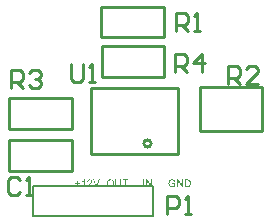
<source format=gto>
G04*
G04 #@! TF.GenerationSoftware,Altium Limited,Altium Designer,18.0.12 (696)*
G04*
G04 Layer_Color=65535*
%FSLAX25Y25*%
%MOIN*%
G70*
G01*
G75*
%ADD10C,0.01000*%
%ADD11C,0.00787*%
G36*
X194829Y115059D02*
X194858D01*
X194927Y115052D01*
X195003Y115041D01*
X195083Y115023D01*
X195171Y115001D01*
X195255Y114972D01*
X195258D01*
X195265Y114968D01*
X195276Y114964D01*
X195291Y114957D01*
X195331Y114935D01*
X195382Y114910D01*
X195437Y114873D01*
X195495Y114830D01*
X195549Y114782D01*
X195600Y114724D01*
X195608Y114717D01*
X195622Y114695D01*
X195644Y114662D01*
X195673Y114615D01*
X195702Y114557D01*
X195735Y114484D01*
X195768Y114404D01*
X195793Y114313D01*
X195491Y114233D01*
Y114236D01*
X195487Y114240D01*
X195484Y114251D01*
X195480Y114265D01*
X195469Y114298D01*
X195455Y114342D01*
X195433Y114393D01*
X195407Y114440D01*
X195382Y114491D01*
X195349Y114535D01*
X195345Y114538D01*
X195335Y114553D01*
X195313Y114571D01*
X195287Y114597D01*
X195255Y114626D01*
X195211Y114655D01*
X195164Y114684D01*
X195109Y114709D01*
X195102Y114713D01*
X195083Y114720D01*
X195051Y114731D01*
X195007Y114746D01*
X194956Y114757D01*
X194898Y114768D01*
X194832Y114775D01*
X194763Y114779D01*
X194723D01*
X194705Y114775D01*
X194683D01*
X194628Y114771D01*
X194567Y114760D01*
X194497Y114750D01*
X194432Y114731D01*
X194366Y114706D01*
X194359Y114702D01*
X194337Y114695D01*
X194308Y114677D01*
X194272Y114658D01*
X194228Y114629D01*
X194181Y114600D01*
X194137Y114564D01*
X194097Y114524D01*
X194093Y114520D01*
X194079Y114506D01*
X194061Y114480D01*
X194039Y114451D01*
X194013Y114415D01*
X193988Y114371D01*
X193962Y114324D01*
X193937Y114273D01*
Y114269D01*
X193933Y114262D01*
X193930Y114251D01*
X193922Y114233D01*
X193915Y114211D01*
X193908Y114185D01*
X193897Y114156D01*
X193889Y114123D01*
X193871Y114047D01*
X193857Y113960D01*
X193846Y113869D01*
X193842Y113767D01*
Y113763D01*
Y113752D01*
Y113734D01*
X193846Y113712D01*
Y113683D01*
X193849Y113647D01*
X193853Y113610D01*
X193857Y113570D01*
X193871Y113479D01*
X193889Y113384D01*
X193919Y113290D01*
X193955Y113199D01*
Y113195D01*
X193962Y113188D01*
X193966Y113177D01*
X193977Y113163D01*
X194002Y113122D01*
X194042Y113072D01*
X194090Y113017D01*
X194148Y112962D01*
X194217Y112911D01*
X194293Y112864D01*
X194297D01*
X194304Y112860D01*
X194315Y112853D01*
X194334Y112846D01*
X194352Y112838D01*
X194377Y112831D01*
X194436Y112809D01*
X194508Y112791D01*
X194588Y112773D01*
X194676Y112758D01*
X194767Y112755D01*
X194803D01*
X194825Y112758D01*
X194847D01*
X194901Y112766D01*
X194967Y112773D01*
X195036Y112788D01*
X195113Y112809D01*
X195189Y112835D01*
X195193D01*
X195200Y112838D01*
X195207Y112842D01*
X195222Y112849D01*
X195262Y112868D01*
X195305Y112890D01*
X195356Y112915D01*
X195411Y112944D01*
X195462Y112977D01*
X195506Y113013D01*
Y113486D01*
X194763D01*
Y113785D01*
X195833D01*
Y112849D01*
X195830Y112846D01*
X195822Y112842D01*
X195808Y112831D01*
X195790Y112817D01*
X195768Y112802D01*
X195742Y112784D01*
X195710Y112762D01*
X195677Y112740D01*
X195600Y112693D01*
X195513Y112642D01*
X195422Y112595D01*
X195324Y112555D01*
X195320D01*
X195313Y112551D01*
X195298Y112547D01*
X195280Y112540D01*
X195255Y112533D01*
X195225Y112522D01*
X195193Y112515D01*
X195160Y112507D01*
X195080Y112489D01*
X194989Y112471D01*
X194890Y112460D01*
X194789Y112456D01*
X194752D01*
X194727Y112460D01*
X194694D01*
X194654Y112464D01*
X194610Y112471D01*
X194563Y112475D01*
X194457Y112496D01*
X194344Y112522D01*
X194228Y112562D01*
X194170Y112584D01*
X194112Y112613D01*
X194108Y112617D01*
X194097Y112620D01*
X194082Y112631D01*
X194061Y112642D01*
X194035Y112660D01*
X194010Y112678D01*
X193940Y112729D01*
X193868Y112795D01*
X193791Y112875D01*
X193718Y112966D01*
X193653Y113072D01*
Y113075D01*
X193646Y113086D01*
X193638Y113101D01*
X193627Y113126D01*
X193616Y113152D01*
X193606Y113188D01*
X193591Y113224D01*
X193576Y113268D01*
X193562Y113315D01*
X193547Y113370D01*
X193536Y113425D01*
X193526Y113483D01*
X193507Y113610D01*
X193500Y113745D01*
Y113749D01*
Y113763D01*
Y113781D01*
X193504Y113807D01*
Y113839D01*
X193507Y113880D01*
X193515Y113920D01*
X193518Y113967D01*
X193529Y114018D01*
X193536Y114073D01*
X193565Y114189D01*
X193602Y114309D01*
X193653Y114429D01*
X193657Y114433D01*
X193660Y114444D01*
X193667Y114458D01*
X193682Y114480D01*
X193697Y114509D01*
X193715Y114538D01*
X193766Y114608D01*
X193828Y114688D01*
X193904Y114764D01*
X193991Y114840D01*
X194042Y114873D01*
X194093Y114906D01*
X194097Y114910D01*
X194108Y114913D01*
X194122Y114921D01*
X194144Y114931D01*
X194173Y114942D01*
X194206Y114957D01*
X194243Y114972D01*
X194286Y114986D01*
X194334Y115001D01*
X194385Y115012D01*
X194439Y115026D01*
X194497Y115037D01*
X194625Y115055D01*
X194690Y115063D01*
X194807D01*
X194829Y115059D01*
D02*
G37*
G36*
X198305Y112500D02*
X197959D01*
X196641Y114477D01*
Y112500D01*
X196321D01*
Y115019D01*
X196663D01*
X197985Y113039D01*
Y115019D01*
X198305D01*
Y112500D01*
D02*
G37*
G36*
X199899Y115015D02*
X199972Y115012D01*
X200045Y115004D01*
X200117Y114993D01*
X200179Y114982D01*
X200183D01*
X200190Y114979D01*
X200201D01*
X200216Y114972D01*
X200256Y114961D01*
X200307Y114942D01*
X200365Y114917D01*
X200427Y114884D01*
X200489Y114848D01*
X200547Y114801D01*
X200551Y114797D01*
X200554Y114793D01*
X200565Y114782D01*
X200580Y114771D01*
X200616Y114735D01*
X200660Y114684D01*
X200707Y114622D01*
X200758Y114549D01*
X200805Y114466D01*
X200846Y114371D01*
Y114367D01*
X200849Y114360D01*
X200856Y114346D01*
X200860Y114324D01*
X200871Y114298D01*
X200878Y114269D01*
X200886Y114236D01*
X200897Y114196D01*
X200907Y114156D01*
X200915Y114109D01*
X200933Y114007D01*
X200944Y113894D01*
X200947Y113770D01*
Y113767D01*
Y113759D01*
Y113741D01*
Y113723D01*
X200944Y113698D01*
Y113668D01*
X200940Y113599D01*
X200929Y113519D01*
X200918Y113435D01*
X200900Y113348D01*
X200878Y113261D01*
Y113257D01*
X200875Y113250D01*
X200871Y113239D01*
X200867Y113224D01*
X200853Y113184D01*
X200831Y113133D01*
X200809Y113075D01*
X200780Y113017D01*
X200744Y112955D01*
X200707Y112897D01*
X200704Y112890D01*
X200689Y112871D01*
X200667Y112846D01*
X200638Y112813D01*
X200605Y112777D01*
X200565Y112740D01*
X200525Y112700D01*
X200478Y112667D01*
X200471Y112664D01*
X200456Y112653D01*
X200431Y112638D01*
X200394Y112620D01*
X200350Y112598D01*
X200300Y112580D01*
X200241Y112558D01*
X200176Y112540D01*
X200168D01*
X200158Y112536D01*
X200147Y112533D01*
X200110Y112529D01*
X200059Y112522D01*
X200001Y112515D01*
X199932Y112507D01*
X199855Y112504D01*
X199772Y112500D01*
X198865D01*
Y115019D01*
X199834D01*
X199899Y115015D01*
D02*
G37*
G36*
X187905Y112500D02*
X187559D01*
X186241Y114477D01*
Y112500D01*
X185921D01*
Y115019D01*
X186263D01*
X187584Y113039D01*
Y115019D01*
X187905D01*
Y112500D01*
D02*
G37*
G36*
X185335D02*
X185000D01*
Y115019D01*
X185335D01*
Y112500D01*
D02*
G37*
G36*
X177823Y113563D02*
Y113559D01*
Y113545D01*
Y113526D01*
Y113501D01*
X177819Y113468D01*
Y113432D01*
X177816Y113388D01*
X177812Y113345D01*
X177801Y113246D01*
X177787Y113144D01*
X177765Y113046D01*
X177750Y112999D01*
X177736Y112955D01*
Y112951D01*
X177732Y112944D01*
X177725Y112933D01*
X177717Y112919D01*
X177696Y112879D01*
X177663Y112828D01*
X177619Y112769D01*
X177568Y112711D01*
X177503Y112649D01*
X177423Y112595D01*
X177419D01*
X177412Y112587D01*
X177401Y112584D01*
X177383Y112573D01*
X177361Y112562D01*
X177332Y112551D01*
X177303Y112540D01*
X177266Y112525D01*
X177226Y112511D01*
X177182Y112500D01*
X177135Y112489D01*
X177080Y112478D01*
X177026Y112471D01*
X176968Y112464D01*
X176837Y112456D01*
X176804D01*
X176778Y112460D01*
X176749D01*
X176713Y112464D01*
X176673Y112467D01*
X176633Y112471D01*
X176542Y112485D01*
X176443Y112507D01*
X176349Y112536D01*
X176258Y112576D01*
X176254D01*
X176247Y112584D01*
X176236Y112591D01*
X176221Y112598D01*
X176181Y112627D01*
X176134Y112667D01*
X176079Y112718D01*
X176029Y112777D01*
X175978Y112849D01*
X175937Y112929D01*
Y112933D01*
X175934Y112940D01*
X175930Y112955D01*
X175923Y112973D01*
X175916Y112995D01*
X175908Y113024D01*
X175897Y113057D01*
X175890Y113097D01*
X175883Y113141D01*
X175872Y113188D01*
X175865Y113239D01*
X175857Y113294D01*
X175850Y113355D01*
X175847Y113421D01*
X175843Y113490D01*
Y113563D01*
Y115019D01*
X176178D01*
Y113563D01*
Y113559D01*
Y113548D01*
Y113530D01*
Y113508D01*
X176181Y113483D01*
Y113450D01*
X176185Y113381D01*
X176192Y113301D01*
X176203Y113221D01*
X176218Y113144D01*
X176225Y113111D01*
X176236Y113079D01*
X176240Y113072D01*
X176247Y113053D01*
X176265Y113028D01*
X176287Y112991D01*
X176312Y112955D01*
X176349Y112915D01*
X176392Y112875D01*
X176443Y112842D01*
X176451Y112838D01*
X176469Y112828D01*
X176502Y112817D01*
X176545Y112802D01*
X176596Y112784D01*
X176662Y112773D01*
X176731Y112762D01*
X176807Y112758D01*
X176844D01*
X176866Y112762D01*
X176898D01*
X176931Y112766D01*
X177011Y112780D01*
X177099Y112799D01*
X177182Y112828D01*
X177262Y112868D01*
X177299Y112893D01*
X177332Y112922D01*
X177335Y112926D01*
X177339Y112929D01*
X177346Y112940D01*
X177357Y112955D01*
X177368Y112977D01*
X177383Y112999D01*
X177397Y113031D01*
X177412Y113064D01*
X177426Y113104D01*
X177437Y113152D01*
X177452Y113206D01*
X177463Y113264D01*
X177474Y113330D01*
X177481Y113399D01*
X177488Y113479D01*
Y113563D01*
Y115019D01*
X177823D01*
Y113563D01*
D02*
G37*
G36*
X180185Y114720D02*
X179355D01*
Y112500D01*
X179021D01*
Y114720D01*
X178191D01*
Y115019D01*
X180185D01*
Y114720D01*
D02*
G37*
G36*
X174263Y115059D02*
X174296D01*
X174329Y115055D01*
X174372Y115048D01*
X174416Y115041D01*
X174511Y115023D01*
X174620Y114993D01*
X174725Y114950D01*
X174780Y114924D01*
X174835Y114895D01*
X174838Y114892D01*
X174846Y114888D01*
X174860Y114877D01*
X174882Y114866D01*
X174904Y114848D01*
X174933Y114826D01*
X174995Y114775D01*
X175060Y114709D01*
X175133Y114629D01*
X175202Y114535D01*
X175260Y114429D01*
Y114426D01*
X175268Y114415D01*
X175275Y114400D01*
X175282Y114378D01*
X175297Y114349D01*
X175308Y114316D01*
X175322Y114276D01*
X175337Y114233D01*
X175348Y114185D01*
X175362Y114134D01*
X175377Y114076D01*
X175388Y114018D01*
X175402Y113891D01*
X175410Y113752D01*
Y113749D01*
Y113734D01*
Y113716D01*
X175406Y113687D01*
Y113654D01*
X175402Y113614D01*
X175395Y113570D01*
X175391Y113523D01*
X175373Y113417D01*
X175344Y113301D01*
X175304Y113184D01*
X175282Y113126D01*
X175253Y113068D01*
Y113064D01*
X175246Y113053D01*
X175239Y113039D01*
X175224Y113017D01*
X175209Y112991D01*
X175191Y112966D01*
X175140Y112897D01*
X175078Y112824D01*
X175006Y112748D01*
X174918Y112675D01*
X174816Y112609D01*
X174813D01*
X174805Y112602D01*
X174787Y112595D01*
X174765Y112584D01*
X174740Y112573D01*
X174711Y112562D01*
X174674Y112547D01*
X174634Y112533D01*
X174591Y112518D01*
X174543Y112504D01*
X174438Y112482D01*
X174325Y112464D01*
X174205Y112456D01*
X174168D01*
X174147Y112460D01*
X174114D01*
X174077Y112467D01*
X174037Y112471D01*
X173990Y112478D01*
X173892Y112500D01*
X173786Y112529D01*
X173677Y112573D01*
X173622Y112598D01*
X173568Y112627D01*
X173564Y112631D01*
X173557Y112635D01*
X173542Y112646D01*
X173521Y112660D01*
X173499Y112675D01*
X173473Y112697D01*
X173411Y112751D01*
X173342Y112817D01*
X173269Y112897D01*
X173204Y112988D01*
X173142Y113093D01*
Y113097D01*
X173135Y113108D01*
X173127Y113122D01*
X173120Y113144D01*
X173109Y113173D01*
X173098Y113206D01*
X173084Y113243D01*
X173073Y113283D01*
X173058Y113330D01*
X173044Y113377D01*
X173022Y113486D01*
X173007Y113599D01*
X173000Y113723D01*
Y113727D01*
Y113730D01*
Y113752D01*
X173004Y113785D01*
Y113829D01*
X173011Y113880D01*
X173018Y113941D01*
X173029Y114011D01*
X173044Y114083D01*
X173058Y114160D01*
X173080Y114240D01*
X173109Y114320D01*
X173142Y114404D01*
X173178Y114484D01*
X173226Y114564D01*
X173277Y114637D01*
X173335Y114706D01*
X173338Y114709D01*
X173349Y114720D01*
X173371Y114739D01*
X173397Y114760D01*
X173430Y114790D01*
X173470Y114819D01*
X173517Y114851D01*
X173572Y114884D01*
X173630Y114917D01*
X173695Y114950D01*
X173768Y114979D01*
X173845Y115008D01*
X173928Y115030D01*
X174016Y115048D01*
X174107Y115059D01*
X174205Y115063D01*
X174238D01*
X174263Y115059D01*
D02*
G37*
G36*
X163476Y113887D02*
X164160D01*
Y113599D01*
X163476D01*
Y112908D01*
X163184D01*
Y113599D01*
X162500D01*
Y113887D01*
X163184D01*
Y114571D01*
X163476D01*
Y113887D01*
D02*
G37*
G36*
X169616Y112500D02*
X169267D01*
X168291Y115019D01*
X168655D01*
X169310Y113188D01*
Y113184D01*
X169314Y113177D01*
X169318Y113166D01*
X169325Y113152D01*
X169329Y113130D01*
X169336Y113108D01*
X169354Y113053D01*
X169376Y112991D01*
X169398Y112922D01*
X169441Y112777D01*
Y112780D01*
X169445Y112788D01*
X169449Y112799D01*
X169452Y112813D01*
X169463Y112853D01*
X169482Y112908D01*
X169500Y112970D01*
X169522Y113039D01*
X169547Y113111D01*
X169576Y113188D01*
X170261Y115019D01*
X170599D01*
X169616Y112500D01*
D02*
G37*
G36*
X167363Y115026D02*
X167392Y115023D01*
X167429Y115019D01*
X167469Y115012D01*
X167509Y115004D01*
X167603Y114979D01*
X167698Y114942D01*
X167745Y114921D01*
X167793Y114895D01*
X167836Y114862D01*
X167876Y114826D01*
X167880Y114822D01*
X167887Y114819D01*
X167894Y114804D01*
X167909Y114790D01*
X167927Y114771D01*
X167945Y114746D01*
X167964Y114720D01*
X167985Y114688D01*
X168022Y114619D01*
X168058Y114531D01*
X168073Y114487D01*
X168080Y114436D01*
X168087Y114385D01*
X168091Y114331D01*
Y114324D01*
Y114305D01*
X168087Y114276D01*
X168084Y114236D01*
X168077Y114193D01*
X168062Y114142D01*
X168047Y114087D01*
X168026Y114032D01*
X168022Y114025D01*
X168015Y114007D01*
X168000Y113978D01*
X167978Y113938D01*
X167949Y113894D01*
X167913Y113839D01*
X167869Y113785D01*
X167818Y113723D01*
X167811Y113716D01*
X167793Y113694D01*
X167774Y113676D01*
X167756Y113657D01*
X167734Y113636D01*
X167705Y113607D01*
X167676Y113577D01*
X167640Y113545D01*
X167603Y113508D01*
X167560Y113468D01*
X167512Y113428D01*
X167461Y113381D01*
X167403Y113334D01*
X167345Y113283D01*
X167341Y113279D01*
X167334Y113272D01*
X167319Y113261D01*
X167301Y113246D01*
X167279Y113224D01*
X167254Y113203D01*
X167196Y113155D01*
X167134Y113101D01*
X167076Y113046D01*
X167025Y112999D01*
X167003Y112980D01*
X166984Y112962D01*
X166981Y112959D01*
X166970Y112948D01*
X166955Y112933D01*
X166937Y112911D01*
X166919Y112886D01*
X166897Y112860D01*
X166853Y112799D01*
X168095D01*
Y112500D01*
X166424D01*
Y112504D01*
Y112518D01*
Y112540D01*
X166428Y112569D01*
X166431Y112602D01*
X166438Y112638D01*
X166446Y112675D01*
X166460Y112715D01*
Y112718D01*
X166464Y112722D01*
X166471Y112744D01*
X166486Y112777D01*
X166508Y112820D01*
X166537Y112871D01*
X166573Y112929D01*
X166613Y112988D01*
X166664Y113050D01*
Y113053D01*
X166671Y113057D01*
X166690Y113079D01*
X166722Y113111D01*
X166770Y113159D01*
X166824Y113213D01*
X166893Y113279D01*
X166977Y113352D01*
X167068Y113428D01*
X167072Y113432D01*
X167086Y113443D01*
X167108Y113461D01*
X167134Y113483D01*
X167166Y113512D01*
X167207Y113545D01*
X167247Y113581D01*
X167294Y113621D01*
X167385Y113708D01*
X167476Y113796D01*
X167520Y113839D01*
X167560Y113883D01*
X167596Y113923D01*
X167625Y113963D01*
Y113967D01*
X167632Y113971D01*
X167640Y113981D01*
X167647Y113996D01*
X167672Y114036D01*
X167702Y114083D01*
X167727Y114142D01*
X167753Y114204D01*
X167767Y114273D01*
X167774Y114338D01*
Y114342D01*
Y114346D01*
X167771Y114367D01*
X167767Y114404D01*
X167756Y114444D01*
X167742Y114495D01*
X167716Y114546D01*
X167683Y114597D01*
X167640Y114648D01*
X167632Y114655D01*
X167614Y114669D01*
X167589Y114688D01*
X167549Y114713D01*
X167498Y114735D01*
X167439Y114757D01*
X167370Y114771D01*
X167294Y114775D01*
X167272D01*
X167257Y114771D01*
X167214Y114768D01*
X167163Y114757D01*
X167108Y114742D01*
X167046Y114717D01*
X166988Y114684D01*
X166934Y114640D01*
X166926Y114633D01*
X166912Y114615D01*
X166890Y114586D01*
X166868Y114542D01*
X166842Y114491D01*
X166821Y114426D01*
X166806Y114353D01*
X166799Y114269D01*
X166482Y114302D01*
Y114305D01*
X166486Y114316D01*
Y114335D01*
X166489Y114360D01*
X166497Y114389D01*
X166504Y114422D01*
X166515Y114462D01*
X166526Y114502D01*
X166555Y114589D01*
X166599Y114677D01*
X166624Y114720D01*
X166657Y114764D01*
X166690Y114804D01*
X166726Y114840D01*
X166730Y114844D01*
X166737Y114848D01*
X166748Y114859D01*
X166766Y114870D01*
X166788Y114884D01*
X166813Y114899D01*
X166842Y114917D01*
X166879Y114935D01*
X166919Y114953D01*
X166963Y114972D01*
X167010Y114986D01*
X167061Y115001D01*
X167115Y115012D01*
X167174Y115023D01*
X167236Y115026D01*
X167301Y115030D01*
X167338D01*
X167363Y115026D01*
D02*
G37*
G36*
X165674Y112500D02*
X165365D01*
Y114469D01*
X165361Y114466D01*
X165343Y114451D01*
X165321Y114429D01*
X165285Y114404D01*
X165245Y114371D01*
X165194Y114335D01*
X165135Y114295D01*
X165070Y114254D01*
X165066D01*
X165063Y114251D01*
X165041Y114236D01*
X165004Y114218D01*
X164961Y114196D01*
X164910Y114171D01*
X164855Y114145D01*
X164801Y114120D01*
X164746Y114098D01*
Y114396D01*
X164750D01*
X164757Y114404D01*
X164771Y114407D01*
X164790Y114418D01*
X164811Y114429D01*
X164837Y114444D01*
X164899Y114480D01*
X164972Y114520D01*
X165044Y114571D01*
X165121Y114629D01*
X165197Y114691D01*
X165201Y114695D01*
X165205Y114699D01*
X165215Y114709D01*
X165230Y114720D01*
X165263Y114757D01*
X165306Y114801D01*
X165350Y114851D01*
X165397Y114910D01*
X165437Y114968D01*
X165474Y115030D01*
X165674D01*
Y112500D01*
D02*
G37*
%LPC*%
G36*
X199783Y114720D02*
X199200D01*
Y112799D01*
X199797D01*
X199823Y112802D01*
X199877Y112806D01*
X199939Y112809D01*
X200005Y112817D01*
X200070Y112828D01*
X200125Y112842D01*
X200132Y112846D01*
X200150Y112849D01*
X200176Y112860D01*
X200208Y112875D01*
X200245Y112897D01*
X200281Y112919D01*
X200318Y112944D01*
X200354Y112973D01*
X200358Y112980D01*
X200372Y112995D01*
X200394Y113021D01*
X200420Y113057D01*
X200449Y113104D01*
X200482Y113159D01*
X200511Y113221D01*
X200536Y113290D01*
Y113294D01*
X200540Y113301D01*
X200543Y113312D01*
X200547Y113326D01*
X200551Y113345D01*
X200558Y113370D01*
X200565Y113395D01*
X200572Y113425D01*
X200583Y113497D01*
X200594Y113581D01*
X200602Y113676D01*
X200605Y113778D01*
Y113781D01*
Y113796D01*
Y113814D01*
X200602Y113843D01*
Y113876D01*
X200598Y113912D01*
X200594Y113956D01*
X200591Y114000D01*
X200572Y114098D01*
X200551Y114200D01*
X200518Y114295D01*
X200496Y114342D01*
X200474Y114382D01*
Y114385D01*
X200467Y114393D01*
X200460Y114404D01*
X200452Y114418D01*
X200423Y114455D01*
X200387Y114498D01*
X200340Y114546D01*
X200285Y114593D01*
X200223Y114633D01*
X200158Y114666D01*
X200150Y114669D01*
X200132Y114673D01*
X200099Y114684D01*
X200052Y114695D01*
X199994Y114702D01*
X199921Y114713D01*
X199877Y114717D01*
X199830D01*
X199783Y114720D01*
D02*
G37*
G36*
X174205Y114775D02*
X174172D01*
X174147Y114771D01*
X174114Y114768D01*
X174081Y114760D01*
X174041Y114753D01*
X173997Y114746D01*
X173903Y114717D01*
X173852Y114695D01*
X173801Y114673D01*
X173746Y114644D01*
X173695Y114611D01*
X173644Y114575D01*
X173597Y114531D01*
X173593Y114527D01*
X173586Y114520D01*
X173575Y114506D01*
X173557Y114484D01*
X173539Y114458D01*
X173517Y114426D01*
X173495Y114385D01*
X173470Y114338D01*
X173448Y114287D01*
X173422Y114225D01*
X173400Y114160D01*
X173382Y114087D01*
X173364Y114007D01*
X173353Y113916D01*
X173346Y113821D01*
X173342Y113719D01*
Y113716D01*
Y113701D01*
Y113676D01*
X173346Y113643D01*
X173349Y113607D01*
X173357Y113563D01*
X173364Y113512D01*
X173371Y113461D01*
X173400Y113345D01*
X173422Y113286D01*
X173444Y113224D01*
X173473Y113166D01*
X173506Y113108D01*
X173542Y113053D01*
X173586Y113002D01*
X173590Y112999D01*
X173597Y112991D01*
X173611Y112977D01*
X173630Y112962D01*
X173655Y112940D01*
X173684Y112919D01*
X173717Y112897D01*
X173753Y112871D01*
X173797Y112846D01*
X173845Y112824D01*
X173895Y112802D01*
X173950Y112780D01*
X174008Y112766D01*
X174066Y112751D01*
X174132Y112744D01*
X174201Y112740D01*
X174219D01*
X174238Y112744D01*
X174263D01*
X174296Y112748D01*
X174332Y112755D01*
X174376Y112762D01*
X174420Y112773D01*
X174471Y112788D01*
X174518Y112806D01*
X174573Y112824D01*
X174623Y112849D01*
X174674Y112882D01*
X174725Y112915D01*
X174776Y112955D01*
X174824Y113002D01*
X174827Y113006D01*
X174835Y113013D01*
X174846Y113031D01*
X174864Y113053D01*
X174882Y113079D01*
X174900Y113111D01*
X174922Y113152D01*
X174947Y113195D01*
X174969Y113246D01*
X174991Y113304D01*
X175009Y113366D01*
X175031Y113432D01*
X175046Y113505D01*
X175057Y113585D01*
X175064Y113668D01*
X175067Y113756D01*
Y113759D01*
Y113770D01*
Y113785D01*
Y113807D01*
X175064Y113832D01*
Y113865D01*
X175060Y113898D01*
X175053Y113938D01*
X175042Y114022D01*
X175024Y114109D01*
X174998Y114204D01*
X174962Y114291D01*
Y114295D01*
X174958Y114302D01*
X174951Y114313D01*
X174944Y114327D01*
X174918Y114371D01*
X174885Y114422D01*
X174842Y114480D01*
X174787Y114538D01*
X174725Y114597D01*
X174656Y114648D01*
X174653D01*
X174649Y114655D01*
X174638Y114658D01*
X174620Y114669D01*
X174602Y114677D01*
X174580Y114688D01*
X174525Y114713D01*
X174460Y114735D01*
X174383Y114757D01*
X174296Y114771D01*
X174205Y114775D01*
D02*
G37*
%LPD*%
D10*
X187733Y127000D02*
G03*
X187733Y127000I-1245J0D01*
G01*
X171264Y149276D02*
X192130D01*
X171264Y149669D02*
Y159512D01*
X192130Y149276D02*
Y159512D01*
X171264D02*
X192130D01*
X140465Y142118D02*
X161331D01*
Y131882D02*
Y141724D01*
X140465Y131882D02*
Y142118D01*
Y131882D02*
X161331D01*
X167591Y123457D02*
X196724D01*
X167591D02*
Y145504D01*
X196724D01*
Y123457D02*
Y145504D01*
X171169Y172618D02*
X192035D01*
Y162382D02*
Y172224D01*
X171169Y162382D02*
Y172618D01*
Y162382D02*
X192035D01*
X224831Y131217D02*
Y140665D01*
X203965Y131217D02*
X224831D01*
X203965D02*
Y145783D01*
X224831D01*
Y140665D02*
Y145783D01*
X140465Y128118D02*
X161331D01*
Y117882D02*
Y127724D01*
X140465Y117882D02*
Y128118D01*
Y117882D02*
X161331D01*
X193000Y103500D02*
Y109498D01*
X195999D01*
X196999Y108498D01*
Y106499D01*
X195999Y105499D01*
X193000D01*
X198998Y103500D02*
X200997D01*
X199998D01*
Y109498D01*
X198998Y108498D01*
X195595Y150894D02*
Y156892D01*
X198593D01*
X199593Y155892D01*
Y153893D01*
X198593Y152893D01*
X195595D01*
X197594D02*
X199593Y150894D01*
X204592D02*
Y156892D01*
X201592Y153893D01*
X205591D01*
X140995Y145600D02*
Y151598D01*
X143994D01*
X144994Y150598D01*
Y148599D01*
X143994Y147599D01*
X140995D01*
X142995D02*
X144994Y145600D01*
X146993Y150598D02*
X147993Y151598D01*
X149992D01*
X150992Y150598D01*
Y149599D01*
X149992Y148599D01*
X148993D01*
X149992D01*
X150992Y147599D01*
Y146600D01*
X149992Y145600D01*
X147993D01*
X146993Y146600D01*
X143999Y114998D02*
X142999Y115998D01*
X141000D01*
X140000Y114998D01*
Y111000D01*
X141000Y110000D01*
X142999D01*
X143999Y111000D01*
X145998Y110000D02*
X147997D01*
X146998D01*
Y115998D01*
X145998Y114998D01*
X161000Y153498D02*
Y148500D01*
X162000Y147500D01*
X163999D01*
X164999Y148500D01*
Y153498D01*
X166998Y147500D02*
X168997D01*
X167998D01*
Y153498D01*
X166998Y152498D01*
X213500Y147000D02*
Y152998D01*
X216499D01*
X217499Y151998D01*
Y149999D01*
X216499Y148999D01*
X213500D01*
X215499D02*
X217499Y147000D01*
X223497D02*
X219498D01*
X223497Y150999D01*
Y151998D01*
X222497Y152998D01*
X220498D01*
X219498Y151998D01*
X196000Y164500D02*
Y170498D01*
X198999D01*
X199999Y169498D01*
Y167499D01*
X198999Y166499D01*
X196000D01*
X197999D02*
X199999Y164500D01*
X201998D02*
X203997D01*
X202998D01*
Y170498D01*
X201998Y169498D01*
D11*
X188500Y103000D02*
Y113000D01*
X148500Y103000D02*
X188500D01*
X148500Y113000D02*
X188500D01*
X148500Y103000D02*
Y113000D01*
M02*

</source>
